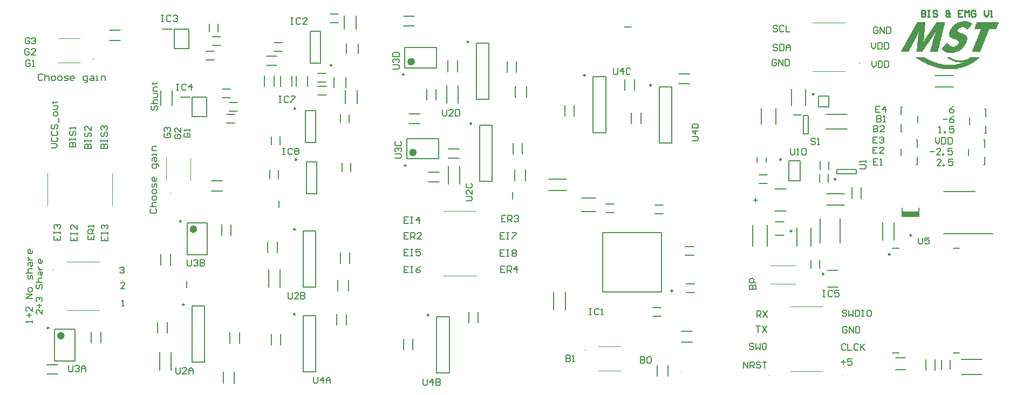
<source format=gbr>
%TF.GenerationSoftware,Altium Limited,Altium Designer,25.7.1 (20)*%
G04 Layer_Color=65535*
%FSLAX45Y45*%
%MOMM*%
%TF.SameCoordinates,D8C98939-B5AC-4A14-9F93-74B2487226E3*%
%TF.FilePolarity,Positive*%
%TF.FileFunction,Legend,Top*%
%TF.Part,Single*%
G01*
G75*
%TA.AperFunction,NonConductor*%
%ADD120C,0.20000*%
%ADD121C,0.25000*%
%ADD122C,0.10000*%
%ADD123C,0.60000*%
%ADD124C,0.15300*%
%ADD125C,0.25400*%
%ADD126C,0.15000*%
%ADD127R,2.59999X0.77780*%
G36*
X17261652Y8232087D02*
X17287985D01*
Y8226820D01*
X17303786D01*
Y8221553D01*
X17314320D01*
Y8216286D01*
X17324854D01*
Y8211019D01*
X17335388D01*
Y8205752D01*
X17340656D01*
Y8200485D01*
X17345921D01*
Y8195218D01*
X17351189D01*
Y8189951D01*
X17345921D01*
Y8184684D01*
X17340656D01*
Y8179417D01*
X17335388D01*
Y8174150D01*
X17330121D01*
Y8168883D01*
X17324854D01*
Y8158349D01*
X17319588D01*
Y8153082D01*
X17314320D01*
Y8147815D01*
X17309053D01*
Y8142548D01*
X17303786D01*
Y8137281D01*
X17298518D01*
Y8126748D01*
X17293253D01*
Y8121481D01*
X17287985D01*
Y8116213D01*
X17282718D01*
Y8110946D01*
X17277451D01*
Y8105679D01*
X17266917D01*
Y8110946D01*
X17261652D01*
Y8116213D01*
X17256383D01*
Y8121481D01*
X17251115D01*
Y8126748D01*
X17240582D01*
Y8132014D01*
X17230049D01*
Y8137281D01*
X17214249D01*
Y8142548D01*
X17182646D01*
Y8137281D01*
X17166846D01*
Y8132014D01*
X17156311D01*
Y8126748D01*
X17145776D01*
Y8121481D01*
X17140511D01*
Y8116213D01*
X17135243D01*
Y8110946D01*
X17129976D01*
Y8100413D01*
X17124709D01*
Y8074078D01*
X17129976D01*
Y8068811D01*
X17135243D01*
Y8063544D01*
X17140511D01*
Y8058276D01*
X17156311D01*
Y8053010D01*
X17172112D01*
Y8047743D01*
X17187914D01*
Y8042476D01*
X17203714D01*
Y8037209D01*
X17214249D01*
Y8031942D01*
X17224780D01*
Y8026675D01*
X17235316D01*
Y8021408D01*
X17245850D01*
Y8016141D01*
X17251115D01*
Y8010874D01*
X17256383D01*
Y8005607D01*
X17261652D01*
Y8000340D01*
X17266917D01*
Y7979272D01*
X17272185D01*
Y7942403D01*
X17266917D01*
Y7921335D01*
X17261652D01*
Y7905534D01*
X17256383D01*
Y7895000D01*
X17251115D01*
Y7884466D01*
X17245850D01*
Y7873932D01*
X17240582D01*
Y7863398D01*
X17235316D01*
Y7858131D01*
X17230049D01*
Y7847597D01*
X17224780D01*
Y7842330D01*
X17219514D01*
Y7837063D01*
X17214249D01*
Y7831796D01*
X17208981D01*
Y7821262D01*
X17203714D01*
Y7815995D01*
X17198447D01*
Y7810728D01*
X17193179D01*
Y7805461D01*
X17187914D01*
Y7800194D01*
X17177379D01*
Y7794927D01*
X17172112D01*
Y7789660D01*
X17166846D01*
Y7784393D01*
X17156311D01*
Y7779126D01*
X17151044D01*
Y7773859D01*
X17140511D01*
Y7768592D01*
X17129976D01*
Y7763325D01*
X17119443D01*
Y7758058D01*
X17103641D01*
Y7752791D01*
X17087840D01*
Y7747524D01*
X17072038D01*
Y7742257D01*
X17040437D01*
Y7736990D01*
X16977232D01*
Y7742257D01*
X16950899D01*
Y7747524D01*
X16935097D01*
Y7752791D01*
X16919296D01*
Y7758058D01*
X16914029D01*
Y7763325D01*
X16903494D01*
Y7768592D01*
X16898228D01*
Y7773859D01*
X16892961D01*
Y7779126D01*
X16887694D01*
Y7784393D01*
X16882426D01*
Y7789660D01*
X16877161D01*
Y7794927D01*
X16871893D01*
Y7800194D01*
X16866626D01*
Y7810728D01*
X16871893D01*
Y7815995D01*
X16877161D01*
Y7821262D01*
X16882426D01*
Y7826529D01*
X16887694D01*
Y7831796D01*
X16892961D01*
Y7837063D01*
X16898228D01*
Y7842330D01*
X16903494D01*
Y7847597D01*
X16908762D01*
Y7852864D01*
X16914029D01*
Y7858131D01*
X16919296D01*
Y7863398D01*
X16924564D01*
Y7868665D01*
X16929829D01*
Y7873932D01*
X16935097D01*
Y7879199D01*
X16940364D01*
Y7884466D01*
X16945631D01*
Y7889733D01*
X16950899D01*
Y7895000D01*
X16956165D01*
Y7900267D01*
X16966699D01*
Y7889733D01*
X16971967D01*
Y7879199D01*
X16977232D01*
Y7873932D01*
X16982500D01*
Y7868665D01*
X16987767D01*
Y7863398D01*
X16993034D01*
Y7858131D01*
X16998302D01*
Y7852864D01*
X17008835D01*
Y7847597D01*
X17019370D01*
Y7842330D01*
X17035170D01*
Y7837063D01*
X17066772D01*
Y7842330D01*
X17082573D01*
Y7847597D01*
X17093108D01*
Y7852864D01*
X17103641D01*
Y7858131D01*
X17108908D01*
Y7863398D01*
X17114175D01*
Y7868665D01*
X17119443D01*
Y7873932D01*
X17124709D01*
Y7879199D01*
X17129976D01*
Y7895000D01*
X17135243D01*
Y7921335D01*
X17129976D01*
Y7926602D01*
X17124709D01*
Y7931869D01*
X17119443D01*
Y7937136D01*
X17108908D01*
Y7942403D01*
X17093108D01*
Y7947670D01*
X17077306D01*
Y7952937D01*
X17061505D01*
Y7958204D01*
X17050970D01*
Y7963471D01*
X17035170D01*
Y7968738D01*
X17024635D01*
Y7974005D01*
X17019370D01*
Y7979272D01*
X17008835D01*
Y7984539D01*
X17003568D01*
Y7989806D01*
X16998302D01*
Y8000340D01*
X16993034D01*
Y8010874D01*
X16987767D01*
Y8058276D01*
X16993034D01*
Y8074078D01*
X16998302D01*
Y8089878D01*
X17003568D01*
Y8100413D01*
X17008835D01*
Y8110946D01*
X17014102D01*
Y8121481D01*
X17019370D01*
Y8126748D01*
X17024635D01*
Y8137281D01*
X17029903D01*
Y8142548D01*
X17035170D01*
Y8147815D01*
X17040437D01*
Y8153082D01*
X17045705D01*
Y8158349D01*
X17050970D01*
Y8163616D01*
X17056238D01*
Y8168883D01*
X17061505D01*
Y8174150D01*
X17066772D01*
Y8179417D01*
X17072038D01*
Y8184684D01*
X17077306D01*
Y8189951D01*
X17082573D01*
Y8195218D01*
X17093108D01*
Y8200485D01*
X17103641D01*
Y8205752D01*
X17114175D01*
Y8211019D01*
X17124709D01*
Y8216286D01*
X17135243D01*
Y8221553D01*
X17145776D01*
Y8226820D01*
X17161578D01*
Y8232087D01*
X17193179D01*
Y8237354D01*
X17261652D01*
Y8232087D01*
D02*
G37*
G36*
X16924564Y8221553D02*
X16919296D01*
Y8200485D01*
X16914029D01*
Y8174150D01*
X16908762D01*
Y8153082D01*
X16903494D01*
Y8132014D01*
X16898228D01*
Y8110946D01*
X16892961D01*
Y8089878D01*
X16887694D01*
Y8068811D01*
X16882426D01*
Y8047743D01*
X16877161D01*
Y8021408D01*
X16871893D01*
Y8005607D01*
X16866626D01*
Y7979272D01*
X16861359D01*
Y7958204D01*
X16856091D01*
Y7937136D01*
X16850826D01*
Y7916068D01*
X16845558D01*
Y7895000D01*
X16840291D01*
Y7873932D01*
X16835023D01*
Y7852864D01*
X16829758D01*
Y7826529D01*
X16824490D01*
Y7810728D01*
X16819223D01*
Y7789660D01*
X16813956D01*
Y7763325D01*
X16808688D01*
Y7752791D01*
X16687549D01*
Y7763325D01*
X16692815D01*
Y7784393D01*
X16698082D01*
Y7805461D01*
X16703349D01*
Y7826529D01*
X16708617D01*
Y7842330D01*
X16713882D01*
Y7858131D01*
Y7863398D01*
Y7868665D01*
X16719150D01*
Y7884466D01*
X16724417D01*
Y7905534D01*
X16729684D01*
Y7926602D01*
X16734950D01*
Y7947670D01*
X16740218D01*
Y7968738D01*
X16745485D01*
Y7984539D01*
X16750752D01*
Y8000340D01*
X16756020D01*
Y8021408D01*
X16761285D01*
Y8037209D01*
X16766553D01*
Y8047743D01*
X16771820D01*
Y8058276D01*
X16766553D01*
Y8053010D01*
X16761285D01*
Y8042476D01*
X16756020D01*
Y8031942D01*
X16750752D01*
Y8021408D01*
X16745485D01*
Y8016141D01*
X16740218D01*
Y8005607D01*
X16734950D01*
Y8000340D01*
X16729684D01*
Y7989806D01*
X16724417D01*
Y7984539D01*
X16719150D01*
Y7979272D01*
X16713882D01*
Y7968738D01*
X16708617D01*
Y7963471D01*
X16703349D01*
Y7952937D01*
X16698082D01*
Y7947670D01*
X16692815D01*
Y7942403D01*
X16687549D01*
Y7931869D01*
X16682281D01*
Y7926602D01*
X16677014D01*
Y7916068D01*
X16671747D01*
Y7910801D01*
X16666481D01*
Y7900267D01*
X16661214D01*
Y7895000D01*
X16655946D01*
Y7884466D01*
X16650679D01*
Y7879199D01*
X16645412D01*
Y7873932D01*
X16640146D01*
Y7863398D01*
X16634879D01*
Y7858131D01*
X16629611D01*
Y7847597D01*
X16624344D01*
Y7842330D01*
X16619078D01*
Y7831796D01*
X16613811D01*
Y7826529D01*
X16608543D01*
Y7815995D01*
X16603278D01*
Y7810728D01*
X16598009D01*
Y7805461D01*
X16592743D01*
Y7794927D01*
X16587476D01*
Y7789660D01*
X16582208D01*
Y7779126D01*
X16576942D01*
Y7773859D01*
X16571675D01*
Y7763325D01*
X16566408D01*
Y7758058D01*
X16561140D01*
Y7752791D01*
X16555875D01*
Y7747524D01*
X16550607D01*
Y7752791D01*
X16471602D01*
Y7763325D01*
X16476869D01*
Y7810728D01*
X16482137D01*
Y7858131D01*
X16487402D01*
Y7910801D01*
X16492670D01*
Y7958204D01*
X16497937D01*
Y8005607D01*
X16503204D01*
Y8042476D01*
X16508472D01*
Y8058276D01*
X16503204D01*
Y8047743D01*
X16497937D01*
Y8031942D01*
X16492670D01*
Y8021408D01*
X16487402D01*
Y8010874D01*
X16482137D01*
Y8000340D01*
X16476869D01*
Y7989806D01*
X16471602D01*
Y7979272D01*
X16466335D01*
Y7968738D01*
X16461069D01*
Y7963471D01*
X16455801D01*
Y7952937D01*
X16450534D01*
Y7942403D01*
X16445267D01*
Y7931869D01*
X16439999D01*
Y7921335D01*
X16434734D01*
Y7916068D01*
X16429466D01*
Y7905534D01*
X16424199D01*
Y7895000D01*
X16418932D01*
Y7884466D01*
X16413664D01*
Y7873932D01*
X16408398D01*
Y7863398D01*
X16403131D01*
Y7852864D01*
X16397864D01*
Y7842330D01*
X16392596D01*
Y7837063D01*
X16387331D01*
Y7826529D01*
X16382063D01*
Y7815995D01*
X16376796D01*
Y7805461D01*
X16371529D01*
Y7794927D01*
X16366261D01*
Y7784393D01*
X16360995D01*
Y7773859D01*
X16355728D01*
Y7768592D01*
X16350461D01*
Y7758058D01*
X16345193D01*
Y7752791D01*
X16224052D01*
Y7758058D01*
X16229320D01*
Y7763325D01*
X16234587D01*
Y7773859D01*
X16239854D01*
Y7784393D01*
X16245120D01*
Y7794927D01*
X16250388D01*
Y7805461D01*
X16255655D01*
Y7810728D01*
X16260922D01*
Y7821262D01*
X16266190D01*
Y7831796D01*
X16271455D01*
Y7842330D01*
X16276723D01*
Y7852864D01*
X16281990D01*
Y7858131D01*
X16287257D01*
Y7868665D01*
X16292525D01*
Y7879199D01*
X16297791D01*
Y7889733D01*
X16303058D01*
Y7900267D01*
X16308325D01*
Y7905534D01*
X16313593D01*
Y7916068D01*
X16318858D01*
Y7926602D01*
X16324126D01*
Y7937136D01*
X16329393D01*
Y7947670D01*
X16334660D01*
Y7952937D01*
X16339928D01*
Y7963471D01*
X16345193D01*
Y7974005D01*
X16350461D01*
Y7984539D01*
X16355728D01*
Y7995073D01*
X16360995D01*
Y8000340D01*
X16366261D01*
Y8010874D01*
X16371529D01*
Y8021408D01*
X16376796D01*
Y8031942D01*
X16382063D01*
Y8042476D01*
X16387331D01*
Y8047743D01*
X16392596D01*
Y8058276D01*
X16397864D01*
Y8068811D01*
X16403131D01*
Y8079345D01*
X16408398D01*
Y8089878D01*
X16413664D01*
Y8095146D01*
X16418932D01*
Y8105679D01*
X16424199D01*
Y8116213D01*
X16429466D01*
Y8126748D01*
X16434734D01*
Y8137281D01*
X16439999D01*
Y8142548D01*
X16445267D01*
Y8153082D01*
X16450534D01*
Y8163616D01*
X16455801D01*
Y8174150D01*
X16461069D01*
Y8184684D01*
X16466335D01*
Y8195218D01*
X16471602D01*
Y8200485D01*
X16476869D01*
Y8211019D01*
X16482137D01*
Y8221553D01*
X16487402D01*
Y8226820D01*
X16613811D01*
Y8168883D01*
X16608543D01*
Y8121481D01*
X16603278D01*
Y8068811D01*
X16598009D01*
Y8021408D01*
X16592743D01*
Y7963471D01*
X16587476D01*
Y7931869D01*
X16582208D01*
Y7921335D01*
X16587476D01*
Y7926602D01*
X16592743D01*
Y7937136D01*
X16598009D01*
Y7947670D01*
X16603278D01*
Y7958204D01*
X16608543D01*
Y7963471D01*
X16613811D01*
Y7968738D01*
X16619078D01*
Y7979272D01*
X16624344D01*
Y7984539D01*
X16629611D01*
Y7995073D01*
X16634879D01*
Y8000340D01*
X16640146D01*
Y8010874D01*
X16645412D01*
Y8016141D01*
X16650679D01*
Y8026675D01*
X16655946D01*
Y8031942D01*
X16661214D01*
Y8042476D01*
X16666481D01*
Y8047743D01*
X16671747D01*
Y8053010D01*
X16677014D01*
Y8063544D01*
X16682281D01*
Y8068811D01*
X16687549D01*
Y8079345D01*
X16692815D01*
Y8084611D01*
X16698082D01*
Y8089878D01*
X16703349D01*
Y8100413D01*
X16708617D01*
Y8105679D01*
X16713882D01*
Y8116213D01*
X16719150D01*
Y8121481D01*
X16724417D01*
Y8132014D01*
X16729684D01*
Y8137281D01*
X16734950D01*
Y8147815D01*
X16740218D01*
Y8153082D01*
X16745485D01*
Y8158349D01*
X16750752D01*
Y8168883D01*
X16756020D01*
Y8174150D01*
X16761285D01*
Y8184684D01*
X16766553D01*
Y8189951D01*
X16771820D01*
Y8200485D01*
X16777087D01*
Y8205752D01*
X16782355D01*
Y8211019D01*
X16787621D01*
Y8221553D01*
X16792888D01*
Y8226820D01*
X16924564D01*
Y8221553D01*
D02*
G37*
G36*
X17767281Y8216286D02*
X17762015D01*
Y8200485D01*
X17756747D01*
Y8189951D01*
X17751482D01*
Y8174150D01*
X17746214D01*
Y8163616D01*
X17740945D01*
Y8147815D01*
X17735680D01*
Y8137281D01*
X17730412D01*
Y8121481D01*
X17725146D01*
Y8116213D01*
X17619806D01*
Y8110946D01*
X17614539D01*
Y8100413D01*
X17609271D01*
Y8089878D01*
X17604005D01*
Y8074078D01*
X17598738D01*
Y8063544D01*
X17593471D01*
Y8053010D01*
X17588203D01*
Y8037209D01*
X17582938D01*
Y8021408D01*
X17577670D01*
Y8010874D01*
X17572403D01*
Y7995073D01*
X17567136D01*
Y7984539D01*
X17561868D01*
Y7974005D01*
X17556602D01*
Y7958204D01*
X17551335D01*
Y7942403D01*
X17546068D01*
Y7931869D01*
X17540800D01*
Y7921335D01*
X17535535D01*
Y7905534D01*
X17530267D01*
Y7895000D01*
X17525000D01*
Y7879199D01*
X17519733D01*
Y7863398D01*
X17514465D01*
Y7852864D01*
X17509200D01*
Y7837063D01*
X17503932D01*
Y7826529D01*
X17498665D01*
Y7810728D01*
X17493398D01*
Y7800194D01*
X17488132D01*
Y7784393D01*
X17482864D01*
Y7773859D01*
X17477597D01*
Y7758058D01*
X17472330D01*
Y7752791D01*
X17456529D01*
Y7747524D01*
X17451262D01*
Y7752791D01*
X17340656D01*
Y7758058D01*
X17345921D01*
Y7768592D01*
X17351189D01*
Y7779126D01*
X17356456D01*
Y7794927D01*
X17361723D01*
Y7810728D01*
X17366991D01*
Y7821262D01*
X17372256D01*
Y7837063D01*
X17377524D01*
Y7847597D01*
X17382791D01*
Y7863398D01*
X17388058D01*
Y7873932D01*
X17393324D01*
Y7889733D01*
X17398592D01*
Y7900267D01*
X17403859D01*
Y7916068D01*
X17409126D01*
Y7926602D01*
X17414394D01*
Y7942403D01*
X17419659D01*
Y7952937D01*
X17424927D01*
Y7968738D01*
X17430194D01*
Y7979272D01*
X17435461D01*
Y7995073D01*
X17440729D01*
Y8005607D01*
X17445995D01*
Y8021408D01*
X17451262D01*
Y8031942D01*
X17456529D01*
Y8047743D01*
X17461797D01*
Y8058276D01*
X17467062D01*
Y8074078D01*
X17472330D01*
Y8084611D01*
X17477597D01*
Y8100413D01*
X17482864D01*
Y8116213D01*
X17377524D01*
Y8121481D01*
X17382791D01*
Y8132014D01*
X17388058D01*
Y8147815D01*
X17393324D01*
Y8158349D01*
X17398592D01*
Y8174150D01*
X17403859D01*
Y8184684D01*
X17409126D01*
Y8200485D01*
X17414394D01*
Y8211019D01*
X17419659D01*
Y8221553D01*
X17424927D01*
Y8226820D01*
X17767281D01*
Y8216286D01*
D02*
G37*
G36*
X16461069Y7673786D02*
X16598009D01*
Y7668519D01*
X16603278D01*
Y7663252D01*
X16613811D01*
Y7657985D01*
X16624344D01*
Y7652718D01*
X16634879D01*
Y7647451D01*
X16645412D01*
Y7642184D01*
X16655946D01*
Y7636917D01*
X16666481D01*
Y7631650D01*
X16677014D01*
Y7626383D01*
X16687549D01*
Y7621116D01*
X16698082D01*
Y7615849D01*
X16713882D01*
Y7610582D01*
X16724417D01*
Y7605315D01*
X16740218D01*
Y7600048D01*
X16750752D01*
Y7594781D01*
X16766553D01*
Y7589514D01*
X16782355D01*
Y7584247D01*
X16798155D01*
Y7578981D01*
X16819223D01*
Y7573713D01*
X16840291D01*
Y7568446D01*
X16861359D01*
Y7563179D01*
X16892961D01*
Y7557912D01*
X16924564D01*
Y7552646D01*
X17066772D01*
Y7557912D01*
X17098373D01*
Y7563179D01*
X17124709D01*
Y7568446D01*
X17145776D01*
Y7573713D01*
X17161578D01*
Y7578981D01*
X17182646D01*
Y7584247D01*
X17198447D01*
Y7589514D01*
X17203714D01*
Y7594781D01*
X17187914D01*
Y7589514D01*
X17145776D01*
Y7594781D01*
X17108908D01*
Y7600048D01*
X17082573D01*
Y7605315D01*
X17066772D01*
Y7610582D01*
X17050970D01*
Y7615849D01*
X17040437D01*
Y7621116D01*
X17024635D01*
Y7626383D01*
X17014102D01*
Y7631650D01*
X17003568D01*
Y7636917D01*
X16993034D01*
Y7642184D01*
X16982500D01*
Y7647451D01*
X16977232D01*
Y7652718D01*
X16966699D01*
Y7657985D01*
X16956165D01*
Y7663252D01*
X16950899D01*
Y7668519D01*
X16945631D01*
Y7673786D01*
X16950899D01*
Y7668519D01*
X17008835D01*
Y7663252D01*
X17014102D01*
Y7657985D01*
X17024635D01*
Y7652718D01*
X17040437D01*
Y7647451D01*
X17050970D01*
Y7642184D01*
X17061505D01*
Y7636917D01*
X17077306D01*
Y7631650D01*
X17093108D01*
Y7626383D01*
X17119443D01*
Y7621116D01*
X17214249D01*
Y7626383D01*
X17235316D01*
Y7631650D01*
X17251115D01*
Y7636917D01*
X17266917D01*
Y7642184D01*
X17277451D01*
Y7647451D01*
X17287985D01*
Y7652718D01*
X17293253D01*
Y7657985D01*
X17303786D01*
Y7663252D01*
X17309053D01*
Y7668519D01*
X17351189D01*
Y7673786D01*
X17467062D01*
Y7668519D01*
X17461797D01*
Y7663252D01*
X17456529D01*
Y7657985D01*
X17451262D01*
Y7652718D01*
X17445995D01*
Y7647451D01*
X17440729D01*
Y7642184D01*
X17435461D01*
Y7636917D01*
X17424927D01*
Y7631650D01*
X17419659D01*
Y7626383D01*
X17414394D01*
Y7621116D01*
X17409126D01*
Y7615849D01*
X17398592D01*
Y7610582D01*
X17393324D01*
Y7605315D01*
X17382791D01*
Y7600048D01*
X17377524D01*
Y7594781D01*
X17372256D01*
Y7589514D01*
X17361723D01*
Y7584247D01*
X17351189D01*
Y7578981D01*
X17345921D01*
Y7573713D01*
X17335388D01*
Y7568446D01*
X17324854D01*
Y7563179D01*
X17314320D01*
Y7557912D01*
X17303786D01*
Y7552646D01*
X17293253D01*
Y7547378D01*
X17282718D01*
Y7542111D01*
X17272185D01*
Y7536844D01*
X17261652D01*
Y7531578D01*
X17245850D01*
Y7526311D01*
X17235316D01*
Y7521044D01*
X17219514D01*
Y7515776D01*
X17203714D01*
Y7510509D01*
X17182646D01*
Y7505243D01*
X17166846D01*
Y7499976D01*
X17140511D01*
Y7494709D01*
X17119443D01*
Y7489441D01*
X17082573D01*
Y7484175D01*
X16908762D01*
Y7489441D01*
X16871893D01*
Y7494709D01*
X16845558D01*
Y7499976D01*
X16819223D01*
Y7505243D01*
X16798155D01*
Y7510509D01*
X16777087D01*
Y7515776D01*
X16761285D01*
Y7521044D01*
X16745485D01*
Y7526311D01*
X16729684D01*
Y7531578D01*
X16713882D01*
Y7536844D01*
X16703349D01*
Y7542111D01*
X16687549D01*
Y7547378D01*
X16677014D01*
Y7552646D01*
X16661214D01*
Y7557912D01*
X16650679D01*
Y7563179D01*
X16640146D01*
Y7568446D01*
X16629611D01*
Y7573713D01*
X16619078D01*
Y7578981D01*
X16608543D01*
Y7584247D01*
X16598009D01*
Y7589514D01*
X16587476D01*
Y7594781D01*
X16576942D01*
Y7600048D01*
X16566408D01*
Y7605315D01*
X16555875D01*
Y7610582D01*
X16550607D01*
Y7615849D01*
X16540073D01*
Y7621116D01*
X16529539D01*
Y7626383D01*
X16524272D01*
Y7631650D01*
X16513737D01*
Y7636917D01*
X16503204D01*
Y7642184D01*
X16497937D01*
Y7647451D01*
X16487402D01*
Y7652718D01*
X16482137D01*
Y7657985D01*
X16471602D01*
Y7663252D01*
X16466335D01*
Y7668519D01*
X16455801D01*
Y7679053D01*
X16461069D01*
Y7673786D01*
D02*
G37*
D120*
X2925000Y4341500D02*
G03*
X2925000Y4341500I-5000J0D01*
G01*
X15582500Y7577500D02*
G03*
X15582500Y7577500I-5000J0D01*
G01*
X3562001Y7645501D02*
G03*
X3562001Y7645501I-5000J0D01*
G01*
X11283002Y3078998D02*
G03*
X11283002Y3078998I-5000J0D01*
G01*
X4768000Y5538000D02*
G03*
X4768000Y5538000I-5000J0D01*
G01*
X7515000Y6942255D02*
Y7152875D01*
X7695000Y6942255D02*
Y7152875D01*
X7677500Y8114688D02*
Y8325308D01*
X7497500Y8114688D02*
Y8325308D01*
X15064459Y5349393D02*
X15345673D01*
X15064459Y5530607D02*
X15345673D01*
X9099393Y6952392D02*
Y7233605D01*
X9280607Y6952392D02*
Y7233605D01*
X9129393Y5684329D02*
Y5965542D01*
X9310607Y5684329D02*
Y5965542D01*
X6306893Y4064330D02*
Y4345544D01*
X6488106Y4064330D02*
Y4345544D01*
X4596893Y2759328D02*
Y3040542D01*
X4778107Y2759328D02*
Y3040542D01*
X14264999Y6619690D02*
Y6870310D01*
X14039999Y6619690D02*
Y6870310D01*
X11547003Y3993500D02*
X12476998D01*
X11547003D02*
Y4923495D01*
X12476998D01*
Y3993500D02*
Y4923495D01*
X16769580Y7388107D02*
X17050793D01*
X16769580Y7206893D02*
X17050793D01*
X10699393Y5758107D02*
X10980606D01*
X10699393Y5576893D02*
X10980606D01*
X10781893Y3706894D02*
Y3988107D01*
X10963107Y3706894D02*
Y3988107D01*
X15941893Y4799394D02*
Y5080607D01*
X16123106Y4799394D02*
Y5080607D01*
X4925001Y7047503D02*
X5070000D01*
X5105001Y6742500D02*
Y7042505D01*
Y6742500D02*
X5335003D01*
Y7042505D01*
X5105001D02*
X5335003D01*
X4645000Y8114995D02*
X4789998D01*
X4824999Y7809997D02*
Y8109996D01*
Y7809997D02*
X5055001D01*
Y8109996D01*
X4824999D02*
X5055001D01*
X17049998Y3035498D02*
X17149998D01*
X17049998Y4674499D02*
X17149998D01*
X16099998D02*
X16199998D01*
X16099998Y3035498D02*
X16199998D01*
X14820001Y4361378D02*
Y4488622D01*
X14954997Y4361378D02*
Y4488622D01*
X14952502Y5704235D02*
Y5831479D01*
X15087498Y5704235D02*
Y5831479D01*
X14474835Y5737367D02*
Y6047369D01*
X14644832Y5737367D02*
Y6047369D01*
X14474835D02*
X14644832D01*
X14474835Y5737367D02*
X14644832D01*
X15082497Y4065000D02*
X15242496D01*
X15082497Y4325005D02*
X15242496D01*
X12333879Y3610005D02*
X12461123D01*
X12333879Y3745001D02*
X12461123D01*
X7712502Y7727437D02*
Y7887437D01*
X7532502Y7727437D02*
Y7887437D01*
X7271736Y8349996D02*
X7398979D01*
X7271736Y8215000D02*
X7398979D01*
X6962501Y8076504D02*
X7122500D01*
X6962501Y7576500D02*
X7122500D01*
X6962501D02*
Y8076504D01*
X7122500Y7576500D02*
Y8076504D01*
X5583880Y7040001D02*
X5711124D01*
X5583880Y7174997D02*
X5711124D01*
X14262502Y4882500D02*
X14392503D01*
X14262502Y5092502D02*
X14392503D01*
X11399998Y6484000D02*
Y7363998D01*
X11599997Y6484000D02*
Y7363998D01*
X11399998D02*
X11599997D01*
X11399998Y6484000D02*
X11599997D01*
X17290997Y6127498D02*
Y6232502D01*
X17530499Y6372999D02*
X17548000D01*
Y5987001D02*
Y6105502D01*
Y6254498D02*
Y6372999D01*
X17530499Y5987001D02*
X17548000D01*
X17545499Y6474501D02*
X17562999D01*
Y6741998D02*
Y6860499D01*
Y6474501D02*
Y6593002D01*
X17545499Y6860499D02*
X17562999D01*
X17306001Y6614998D02*
Y6720002D01*
X17179712Y2697089D02*
X17505533D01*
X17179712Y2927914D02*
X17505533D01*
X16769247Y2761162D02*
Y2928406D01*
X16621999Y2761162D02*
Y2928406D01*
X17006126Y2776164D02*
Y2923407D01*
X16868874Y2776164D02*
Y2923407D01*
X4790609Y6918877D02*
Y7151124D01*
X4614394Y6918877D02*
Y7151124D01*
X8444499Y7502500D02*
X8944498D01*
X8444499Y7822499D02*
X8944498D01*
X8444499Y7502500D02*
Y7822499D01*
X8944498Y7502500D02*
Y7822499D01*
X9130000Y6084997D02*
X9299997D01*
X9130000Y6234999D02*
X9299997D01*
X9567499Y7009003D02*
Y7889001D01*
X9767499Y7009003D02*
Y7889001D01*
X9567499D02*
X9767499D01*
X9567499Y7009003D02*
X9767499D01*
X8472500Y6077499D02*
X8972504D01*
X8472500Y6397498D02*
X8972504D01*
X8472500Y6077499D02*
Y6397498D01*
X8972504Y6077499D02*
Y6397498D01*
X5027498Y4574499D02*
X5347498D01*
X5027498Y5074503D02*
X5347498D01*
Y4574499D02*
Y5074503D01*
X5027498Y4574499D02*
Y5074503D01*
X2947497Y2902001D02*
X3267497D01*
X2947497Y3402005D02*
X3267497D01*
Y2902001D02*
Y3402005D01*
X2947497Y2902001D02*
Y3402005D01*
X9617502Y5725003D02*
X9817501D01*
X9617502Y6605001D02*
X9817501D01*
Y5725003D02*
Y6605001D01*
X9617502Y5725003D02*
Y6605001D01*
X6849501Y4066200D02*
X7049501D01*
X6849501Y4946198D02*
X7049501D01*
Y4066200D02*
Y4946198D01*
X6849501Y4066200D02*
Y4946198D01*
X5104999Y2885003D02*
X5304998D01*
X5104999Y3765001D02*
X5304998D01*
Y2885003D02*
Y3765001D01*
X5104999Y2885003D02*
Y3765001D01*
X8937503Y7005000D02*
Y7175002D01*
X8787501Y7005000D02*
Y7175002D01*
X5770001Y2562499D02*
Y2732496D01*
X5600004Y2562499D02*
Y2732496D01*
X11603878Y5235002D02*
X11731122D01*
X11603878Y5369998D02*
X11731122D01*
X14254997Y5262499D02*
X14429999D01*
X14254997Y5602498D02*
X14429999D01*
X13950000Y5402499D02*
Y5462499D01*
X13919998Y5432501D02*
X13980003D01*
X14130411Y4709465D02*
Y5035286D01*
X13899586Y4709465D02*
Y5035286D01*
X15222499Y5845002D02*
Y5915000D01*
X15532501Y5845002D02*
Y5915000D01*
X15222499Y5845002D02*
X15532501D01*
X15222499Y5915000D02*
X15532501D01*
X14937999Y6895003D02*
Y7060001D01*
Y6895003D02*
X15093996D01*
Y7060001D01*
X14937999D02*
X15093996D01*
X15056969Y6777914D02*
X15382790D01*
X15056969Y6547089D02*
X15382790D01*
X14512500Y6919691D02*
Y7170308D01*
X14737503Y6919691D02*
Y7170308D01*
X14549998Y6762501D02*
X14664999D01*
X14700002Y6467500D02*
Y6757497D01*
Y6467500D02*
X14774997D01*
Y6757497D01*
X14700002D02*
X14774997D01*
X15602504Y5455001D02*
Y5635000D01*
X15457500Y5455001D02*
Y5635000D01*
X14006023Y5827497D02*
X14133266D01*
X14006023Y5692501D02*
X14133266D01*
X16897498Y5567502D02*
X17392497D01*
X16897498Y4907498D02*
X17669998D01*
X16252499Y5175001D02*
Y5308600D01*
Y5175001D02*
X16252505D01*
X16512505D02*
Y5308600D01*
X16252505Y5175001D02*
X16512505D01*
X16150961Y2952501D02*
X16300963D01*
X16150961Y2767503D02*
X16300963D01*
X15100000Y5913882D02*
Y6041126D01*
X14965004Y5913882D02*
Y6041126D01*
X14118234Y6026810D02*
Y6096813D01*
X13968233Y6026810D02*
Y6096813D01*
X16234000Y6890502D02*
X16251498D01*
X16234000Y6504498D02*
Y6622999D01*
Y6772001D02*
Y6890502D01*
Y6504498D02*
X16251498D01*
X16491000Y6645001D02*
Y6749999D01*
X16470499Y5986998D02*
X16487999D01*
Y6254501D02*
Y6373002D01*
Y5986998D02*
Y6105500D01*
X16470499Y6373002D02*
X16487999D01*
X16231001Y6127501D02*
Y6232500D01*
X6497503Y3160001D02*
Y3329998D01*
X6347501Y3160001D02*
Y3329998D01*
X6847347Y2734843D02*
Y3614842D01*
X7047347Y2734843D02*
Y3614842D01*
X6847347D02*
X7047347D01*
X6847347Y2734843D02*
X7047347D01*
X12866022Y3985002D02*
X12993266D01*
X12866022Y4119998D02*
X12993266D01*
X8945001Y2720000D02*
Y3599998D01*
X9145001Y2720000D02*
Y3599998D01*
X8945001D02*
X9145001D01*
X8945001Y2720000D02*
X9145001D01*
X7582499Y4440001D02*
Y4610003D01*
X7432497Y4440001D02*
Y4610003D01*
X6271158Y7688626D02*
X6438407D01*
X6271158Y7541377D02*
X6438407D01*
X7377501Y3472500D02*
Y3642497D01*
X7527503Y3472500D02*
Y3642497D01*
X5702498Y3187502D02*
Y3357504D01*
X5852500Y3187502D02*
Y3357504D01*
X6391377Y7897500D02*
X6518620D01*
X6391377Y7762504D02*
X6518620D01*
X6882501Y6337503D02*
X7042501D01*
X6882501Y6837502D02*
X7042501D01*
Y6337503D02*
Y6837502D01*
X6882501Y6337503D02*
Y6837502D01*
X6391123Y7213874D02*
Y7381123D01*
X6243879Y7213874D02*
Y7381123D01*
X7083664Y7077502D02*
X7210908D01*
X7083664Y7212498D02*
X7210908D01*
X6737502Y7217496D02*
Y7377501D01*
X6917502Y7217496D02*
Y7377501D01*
X7078878Y7282500D02*
X7206122D01*
X7078878Y7417501D02*
X7206122D01*
X7337501Y7195002D02*
Y7355002D01*
X7517501Y7195002D02*
Y7355002D01*
X6492499Y7217501D02*
Y7377501D01*
X6672499Y7217501D02*
Y7377501D01*
X3812499Y7937002D02*
X3982501D01*
X3811965Y8097733D02*
X3981968D01*
X12782499Y3375000D02*
X12952501D01*
X12782499Y3205002D02*
X12952501D01*
X4614997Y4412498D02*
Y4582495D01*
X4764999Y4412498D02*
Y4582495D01*
X15275311Y4757186D02*
Y5137810D01*
X14964690Y4757186D02*
Y5137810D01*
X14820311Y4709770D02*
Y5000391D01*
X14594688Y4709770D02*
Y5000391D01*
X11217499Y5465003D02*
X11437503D01*
X11217499Y5255006D02*
X11437503D01*
X12371024Y5215001D02*
X12498268D01*
X12371024Y5349997D02*
X12498268D01*
X12849591Y4562495D02*
X12976836D01*
X12849591Y4697491D02*
X12976836D01*
X12575002Y2664998D02*
Y2834996D01*
X12405004Y2664998D02*
Y2834996D01*
X12000001Y6629999D02*
Y6800002D01*
X12150004Y6629999D02*
Y6800002D01*
X12740000Y7257501D02*
X12909998D01*
X12740000Y7407504D02*
X12909998D01*
X12437501Y6327501D02*
X12637501D01*
X12437501Y7207499D02*
X12637501D01*
Y6327501D02*
Y7207499D01*
X12437501Y6327501D02*
Y7207499D01*
X12049999Y7154997D02*
Y7324994D01*
X11899997Y7154997D02*
Y7324994D01*
X11889999Y8147502D02*
X11995003D01*
X10337499Y5737495D02*
Y5907497D01*
X10167501Y5737495D02*
Y5907497D01*
X8512500Y6782501D02*
X8682497D01*
X8512500Y6632499D02*
X8682497D01*
X8812500Y5715000D02*
X8982497D01*
X8812500Y5865002D02*
X8982497D01*
X10292501Y6159998D02*
Y6330000D01*
X10142499Y6159998D02*
Y6330000D01*
X10135001Y5447497D02*
Y5552501D01*
X10954999Y6752502D02*
Y6922499D01*
X11105001Y6752502D02*
Y6922499D01*
X10352499Y7047504D02*
Y7217501D01*
X10182502Y7047504D02*
Y7217501D01*
X10197501Y7432502D02*
Y7602499D01*
X10047498Y7432502D02*
Y7602499D01*
X6484996Y6298524D02*
Y6425768D01*
X6350000Y6298524D02*
Y6425768D01*
X7592700Y5881599D02*
Y6008842D01*
X7457704Y5881599D02*
Y6008842D01*
X6322502Y5771378D02*
Y5898622D01*
X6457498Y5771378D02*
Y5898622D01*
X6900001Y5533502D02*
Y6033501D01*
X7060001Y5533502D02*
Y6033501D01*
X6900001D02*
X7060001D01*
X6900001Y5533502D02*
X7060001D01*
X7437501Y6649232D02*
Y6776476D01*
X7572497Y6649232D02*
Y6776476D01*
X9447500Y3510001D02*
Y3679998D01*
X9597502Y3510001D02*
Y3679998D01*
X8422498Y3085003D02*
Y3255000D01*
X8572500Y3085003D02*
Y3255000D01*
X3675001Y3190004D02*
Y3360001D01*
X3524999Y3190004D02*
Y3360001D01*
X7562499Y4002496D02*
Y4172499D01*
X7392502Y4002496D02*
Y4172499D01*
X5719999Y4875002D02*
Y5044999D01*
X5569996Y4875002D02*
Y5044999D01*
X6292499Y4609998D02*
Y4779996D01*
X6442502Y4609998D02*
Y4779996D01*
X6467500Y5314999D02*
Y5420002D01*
X8422500Y8162500D02*
X8592497D01*
X8422500Y8312502D02*
X8592497D01*
X9122501Y7447504D02*
Y7617501D01*
X9272504Y7447504D02*
Y7617501D01*
X4564998Y3345003D02*
Y3515000D01*
X4715000Y3345003D02*
Y3515000D01*
X5020996Y4053459D02*
Y4158463D01*
X2827498Y2850002D02*
X2997495D01*
X2827498Y2700000D02*
X2997495D01*
X5377505Y8066375D02*
Y8193618D01*
X5512501Y8066375D02*
Y8193618D01*
X5323881Y7767498D02*
X5451124D01*
X5323881Y7632502D02*
X5451124D01*
X5646024Y6640002D02*
X5773268D01*
X5646024Y6774998D02*
X5773268D01*
X5431203Y7995001D02*
X5558447D01*
X5431203Y7860005D02*
X5558447D01*
X5688878Y6962500D02*
X5816121D01*
X5688878Y6827504D02*
X5816121D01*
X5409468Y5733232D02*
X5579471D01*
X5410002Y5572501D02*
X5580004D01*
D121*
X12647001Y4008499D02*
G03*
X12647001Y4008499I-12500J0D01*
G01*
X16060001Y4577000D02*
G03*
X16060001Y4577000I-12500J0D01*
G01*
X14352332Y6067367D02*
G03*
X14352332Y6067367I-12500J0D01*
G01*
X15020000Y4269999D02*
G03*
X15020000Y4269999I-12500J0D01*
G01*
X7299998Y7545999D02*
G03*
X7299998Y7545999I-12500J0D01*
G01*
X14517500Y4945000D02*
G03*
X14517500Y4945000I-12500J0D01*
G01*
X11277498Y7390000D02*
G03*
X11277498Y7390000I-12500J0D01*
G01*
X8433998Y7399998D02*
G03*
X8433998Y7399998I-12500J0D01*
G01*
X9445001Y7915000D02*
G03*
X9445001Y7915000I-12500J0D01*
G01*
X8462000Y5975001D02*
G03*
X8462000Y5975001I-12500J0D01*
G01*
X4937499Y5097499D02*
G03*
X4937499Y5097499I-12500J0D01*
G01*
X2857500Y3425002D02*
G03*
X2857500Y3425002I-12500J0D01*
G01*
X9495000Y6631000D02*
G03*
X9495000Y6631000I-12500J0D01*
G01*
X6727000Y4972199D02*
G03*
X6727000Y4972199I-12500J0D01*
G01*
X4982498Y3791000D02*
G03*
X4982498Y3791000I-12500J0D01*
G01*
X15210001Y5760000D02*
G03*
X15210001Y5760000I-12500J0D01*
G01*
X14864999Y7093501D02*
G03*
X14864999Y7093501I-12500J0D01*
G01*
X16395000Y4880004D02*
G03*
X16395000Y4880004I-12500J0D01*
G01*
X6724845Y3640845D02*
G03*
X6724845Y3640845I-12500J0D01*
G01*
X8822500Y3626000D02*
G03*
X8822500Y3626000I-12500J0D01*
G01*
X6730000Y6868000D02*
G03*
X6730000Y6868000I-12500J0D01*
G01*
X12315000Y7233500D02*
G03*
X12315000Y7233500I-12500J0D01*
G01*
X6747502Y6064002D02*
G03*
X6747502Y6064002I-12500J0D01*
G01*
D122*
X14160001Y2670000D02*
G03*
X14160001Y2680000I0J5000D01*
G01*
D02*
G03*
X14160001Y2670000I0J-5000D01*
G01*
X13960001Y3295000D02*
G03*
X13960001Y3305000I0J5000D01*
G01*
D02*
G03*
X13960001Y3295000I0J-5000D01*
G01*
X14497501Y3937500D02*
G03*
X14497501Y3927500I0J-5000D01*
G01*
D02*
G03*
X14497501Y3937500I0J5000D01*
G01*
X15314999Y2692500D02*
G03*
X15314999Y2682500I0J-5000D01*
G01*
D02*
G03*
X15314999Y2692500I0J5000D01*
G01*
X12777496Y2719998D02*
G03*
X12767496Y2719998I-5000J0D01*
G01*
D02*
G03*
X12777496Y2719998I5000J0D01*
G01*
X3143500Y4463500D02*
X3651500D01*
X3143500Y3701500D02*
X3651500D01*
X14846001Y7455500D02*
X15353999D01*
X14846001Y8217500D02*
X15353999D01*
X14493001Y2746502D02*
X14996999D01*
X14488998Y3762502D02*
X14996999D01*
X14185001Y4402501D02*
X14575003D01*
X14185001Y4112499D02*
X14575003D01*
X9053500Y5255499D02*
X9557502D01*
X9053500Y4239499D02*
X9561500D01*
X3856000Y5346499D02*
Y5854499D01*
X2840000Y5346499D02*
Y5850501D01*
X3007004Y7968000D02*
X3350000D01*
X3007004Y7587000D02*
X3350000D01*
X11485006Y2756499D02*
X11828003D01*
X11485006Y3137499D02*
X11828003D01*
X4704502Y5745002D02*
Y6088004D01*
X5085502Y5745002D02*
Y6088004D01*
D123*
X8574498Y7602498D02*
G03*
X8574498Y7602498I-30000J0D01*
G01*
X8602500Y6177501D02*
G03*
X8602500Y6177501I-30000J0D01*
G01*
X5157498Y4974499D02*
G03*
X5157498Y4974499I-30000J0D01*
G01*
X3077500Y3302002D02*
G03*
X3077500Y3302002I-30000J0D01*
G01*
D124*
X15364445Y3161106D02*
X15347784Y3177768D01*
X15314461D01*
X15297800Y3161106D01*
Y3094461D01*
X15314461Y3077800D01*
X15347784D01*
X15364445Y3094461D01*
X15397768Y3177768D02*
Y3077800D01*
X15464413D01*
X15564381Y3161106D02*
X15547719Y3177768D01*
X15514397D01*
X15497736Y3161106D01*
Y3094461D01*
X15514397Y3077800D01*
X15547719D01*
X15564381Y3094461D01*
X15597704Y3177768D02*
Y3077800D01*
Y3111123D01*
X15664348Y3177768D01*
X15614365Y3127784D01*
X15664348Y3077800D01*
X8501945Y5165268D02*
X8435300D01*
Y5065300D01*
X8501945D01*
X8435300Y5115284D02*
X8468622D01*
X8535268Y5165268D02*
X8568590D01*
X8551929D01*
Y5065300D01*
X8535268D01*
X8568590D01*
X8668558D02*
Y5165268D01*
X8618574Y5115284D01*
X8685219D01*
X2554445Y7963606D02*
X2537784Y7980268D01*
X2504461D01*
X2487800Y7963606D01*
Y7896961D01*
X2504461Y7880300D01*
X2537784D01*
X2554445Y7896961D01*
Y7930284D01*
X2521122D01*
X2587768Y7963606D02*
X2604429Y7980268D01*
X2637752D01*
X2654413Y7963606D01*
Y7946945D01*
X2637752Y7930284D01*
X2621090D01*
X2637752D01*
X2654413Y7913622D01*
Y7896961D01*
X2637752Y7880300D01*
X2604429D01*
X2587768Y7896961D01*
X17061945Y6897768D02*
X17028622Y6881106D01*
X16995300Y6847784D01*
Y6814461D01*
X17011961Y6797800D01*
X17045284D01*
X17061945Y6814461D01*
Y6831122D01*
X17045284Y6847784D01*
X16995300D01*
X16895300Y6697784D02*
X16961945D01*
X17061913Y6747768D02*
X17028590Y6731106D01*
X16995268Y6697784D01*
Y6664461D01*
X17011929Y6647800D01*
X17045251D01*
X17061913Y6664461D01*
Y6681123D01*
X17045251Y6697784D01*
X16995268D01*
X16827800Y6490775D02*
X16861122D01*
X16844461D01*
Y6590743D01*
X16827800Y6574082D01*
X16911105Y6490775D02*
Y6507437D01*
X16927768D01*
Y6490775D01*
X16911105D01*
X17061058Y6590743D02*
X16994414D01*
Y6540759D01*
X17027734Y6557420D01*
X17044397D01*
X17061058Y6540759D01*
Y6507437D01*
X17044397Y6490775D01*
X17011073D01*
X16994414Y6507437D01*
X15866945Y6082768D02*
X15800301D01*
Y5982800D01*
X15866945D01*
X15800301Y6032784D02*
X15833623D01*
X15900269Y5982800D02*
X15933591D01*
X15916930D01*
Y6082768D01*
X15900269Y6066106D01*
X15859943Y6262270D02*
X15793298D01*
Y6162302D01*
X15859943D01*
X15793298Y6212286D02*
X15826620D01*
X15959911Y6162302D02*
X15893266D01*
X15959911Y6228947D01*
Y6245609D01*
X15943250Y6262270D01*
X15909927D01*
X15893266Y6245609D01*
X15901945Y6905268D02*
X15835300D01*
Y6805300D01*
X15901945D01*
X15835300Y6855284D02*
X15868623D01*
X15985252Y6805300D02*
Y6905268D01*
X15935268Y6855284D01*
X16001913D01*
X15800301Y6600268D02*
Y6500300D01*
X15850284D01*
X15866945Y6516961D01*
Y6533622D01*
X15850284Y6550284D01*
X15800301D01*
X15850284D01*
X15866945Y6566945D01*
Y6583606D01*
X15850284Y6600268D01*
X15800301D01*
X15966913Y6500300D02*
X15900269D01*
X15966913Y6566945D01*
Y6583606D01*
X15950252Y6600268D01*
X15916930D01*
X15900269Y6583606D01*
X15852800Y6755268D02*
Y6655300D01*
X15902785D01*
X15919444Y6671961D01*
Y6688622D01*
X15902785Y6705284D01*
X15852800D01*
X15902785D01*
X15919444Y6721945D01*
Y6738606D01*
X15902785Y6755268D01*
X15852800D01*
X15952768Y6655300D02*
X15986090D01*
X15969429D01*
Y6755268D01*
X15952768Y6738606D01*
X15861945Y6422768D02*
X15795300D01*
Y6322800D01*
X15861945D01*
X15795300Y6372784D02*
X15828622D01*
X15895268Y6406106D02*
X15911929Y6422768D01*
X15945251D01*
X15961913Y6406106D01*
Y6389445D01*
X15945251Y6372784D01*
X15928590D01*
X15945251D01*
X15961913Y6356122D01*
Y6339461D01*
X15945251Y6322800D01*
X15911929D01*
X15895268Y6339461D01*
X16861945Y5970300D02*
X16795300D01*
X16861945Y6036945D01*
Y6053606D01*
X16845284Y6070268D01*
X16811961D01*
X16795300Y6053606D01*
X16895268Y5970300D02*
Y5986961D01*
X16911929D01*
Y5970300D01*
X16895268D01*
X17045219Y6070268D02*
X16978574D01*
Y6020284D01*
X17011897Y6036945D01*
X17028558D01*
X17045219Y6020284D01*
Y5986961D01*
X17028558Y5970300D01*
X16995236D01*
X16978574Y5986961D01*
X16687801Y6187784D02*
X16754445D01*
X16854413Y6137800D02*
X16787769D01*
X16854413Y6204445D01*
Y6221106D01*
X16837752Y6237768D01*
X16804430D01*
X16787769Y6221106D01*
X16887737Y6137800D02*
Y6154461D01*
X16904398D01*
Y6137800D01*
X16887737D01*
X17037688Y6237768D02*
X16971042D01*
Y6187784D01*
X17004366Y6204445D01*
X17021027D01*
X17037688Y6187784D01*
Y6154461D01*
X17021027Y6137800D01*
X16987703D01*
X16971042Y6154461D01*
X16770300Y6407768D02*
Y6341122D01*
X16803622Y6307800D01*
X16836945Y6341122D01*
Y6407768D01*
X16870268D02*
Y6307800D01*
X16920251D01*
X16936913Y6324461D01*
Y6391106D01*
X16920251Y6407768D01*
X16870268D01*
X16970236D02*
Y6307800D01*
X17020219D01*
X17036880Y6324461D01*
Y6391106D01*
X17020219Y6407768D01*
X16970236D01*
X4993893Y6481945D02*
X4977232Y6465283D01*
Y6431961D01*
X4993893Y6415300D01*
X5060539D01*
X5077200Y6431961D01*
Y6465283D01*
X5060539Y6481945D01*
X5027216D01*
Y6448622D01*
X5077200Y6515267D02*
Y6548590D01*
Y6531929D01*
X4977232D01*
X4993893Y6515267D01*
X4848894Y6461945D02*
X4832232Y6445284D01*
Y6411961D01*
X4848894Y6395300D01*
X4915539D01*
X4932200Y6411961D01*
Y6445284D01*
X4915539Y6461945D01*
X4882216D01*
Y6428622D01*
X4932200Y6561913D02*
Y6495268D01*
X4865555Y6561913D01*
X4848894D01*
X4832232Y6545252D01*
Y6511929D01*
X4848894Y6495268D01*
X4683893Y6474445D02*
X4667232Y6457784D01*
Y6424462D01*
X4683893Y6407800D01*
X4750538D01*
X4767200Y6424462D01*
Y6457784D01*
X4750538Y6474445D01*
X4717216D01*
Y6441123D01*
X4683893Y6507768D02*
X4667232Y6524429D01*
Y6557752D01*
X4683893Y6574413D01*
X4700555D01*
X4717216Y6557752D01*
Y6541091D01*
Y6557752D01*
X4733877Y6574413D01*
X4750538D01*
X4767200Y6557752D01*
Y6524429D01*
X4750538Y6507768D01*
X2566945Y7613606D02*
X2550284Y7630268D01*
X2516961D01*
X2500300Y7613606D01*
Y7546961D01*
X2516961Y7530300D01*
X2550284D01*
X2566945Y7546961D01*
Y7580284D01*
X2533623D01*
X2600268Y7530300D02*
X2633590D01*
X2616929D01*
Y7630268D01*
X2600268Y7613606D01*
X2549444Y7788108D02*
X2532783Y7804769D01*
X2499461D01*
X2482799Y7788108D01*
Y7721463D01*
X2499461Y7704801D01*
X2532783D01*
X2549444Y7721463D01*
Y7754785D01*
X2516122D01*
X2649412Y7704801D02*
X2582767D01*
X2649412Y7771446D01*
Y7788108D01*
X2632751Y7804769D01*
X2599428D01*
X2582767Y7788108D01*
X12142800Y2972768D02*
Y2872800D01*
X12192784D01*
X12209445Y2889461D01*
Y2906122D01*
X12192784Y2922784D01*
X12142800D01*
X12192784D01*
X12209445Y2939445D01*
Y2956106D01*
X12192784Y2972768D01*
X12142800D01*
X12242768Y2956106D02*
X12259429Y2972768D01*
X12292752D01*
X12309413Y2956106D01*
Y2889461D01*
X12292752Y2872800D01*
X12259429D01*
X12242768Y2889461D01*
Y2956106D01*
X10972800Y3000268D02*
Y2900300D01*
X11022784D01*
X11039445Y2916961D01*
Y2933623D01*
X11022784Y2950284D01*
X10972800D01*
X11022784D01*
X11039445Y2966945D01*
Y2983606D01*
X11022784Y3000268D01*
X10972800D01*
X11072768Y2900300D02*
X11106090D01*
X11089429D01*
Y3000268D01*
X11072768Y2983606D01*
X10011945Y4647768D02*
X9945300D01*
Y4547800D01*
X10011945D01*
X9945300Y4597784D02*
X9978622D01*
X10045268Y4647768D02*
X10078590D01*
X10061929D01*
Y4547800D01*
X10045268D01*
X10078590D01*
X10128574Y4631106D02*
X10145235Y4647768D01*
X10178558D01*
X10195219Y4631106D01*
Y4614445D01*
X10178558Y4597784D01*
X10195219Y4581122D01*
Y4564461D01*
X10178558Y4547800D01*
X10145235D01*
X10128574Y4564461D01*
Y4581122D01*
X10145235Y4597784D01*
X10128574Y4614445D01*
Y4631106D01*
X10145235Y4597784D02*
X10178558D01*
X10009445Y4922768D02*
X9942800D01*
Y4822800D01*
X10009445D01*
X9942800Y4872784D02*
X9976123D01*
X10042768Y4922768D02*
X10076090D01*
X10059429D01*
Y4822800D01*
X10042768D01*
X10076090D01*
X10126074Y4922768D02*
X10192719D01*
Y4906106D01*
X10126074Y4839461D01*
Y4822800D01*
X10029445Y5190268D02*
X9962800D01*
Y5090300D01*
X10029445D01*
X9962800Y5140284D02*
X9996123D01*
X10062768Y5090300D02*
Y5190268D01*
X10112752D01*
X10129413Y5173606D01*
Y5140284D01*
X10112752Y5123622D01*
X10062768D01*
X10096090D02*
X10129413Y5090300D01*
X10162736Y5173606D02*
X10179397Y5190268D01*
X10212719D01*
X10229381Y5173606D01*
Y5156945D01*
X10212719Y5140284D01*
X10196058D01*
X10212719D01*
X10229381Y5123622D01*
Y5106961D01*
X10212719Y5090300D01*
X10179397D01*
X10162736Y5106961D01*
X14291945Y8156106D02*
X14275284Y8172768D01*
X14241962D01*
X14225301Y8156106D01*
Y8139445D01*
X14241962Y8122784D01*
X14275284D01*
X14291945Y8106122D01*
Y8089461D01*
X14275284Y8072800D01*
X14241962D01*
X14225301Y8089461D01*
X14391913Y8156106D02*
X14375252Y8172768D01*
X14341930D01*
X14325269Y8156106D01*
Y8089461D01*
X14341930Y8072800D01*
X14375252D01*
X14391913Y8089461D01*
X14425237Y8172768D02*
Y8072800D01*
X14491881D01*
X14294444Y7856106D02*
X14277785Y7872768D01*
X14244461D01*
X14227800Y7856106D01*
Y7839445D01*
X14244461Y7822784D01*
X14277785D01*
X14294444Y7806123D01*
Y7789461D01*
X14277785Y7772800D01*
X14244461D01*
X14227800Y7789461D01*
X14327768Y7872768D02*
Y7772800D01*
X14377753D01*
X14394414Y7789461D01*
Y7856106D01*
X14377753Y7872768D01*
X14327768D01*
X14427734Y7772800D02*
Y7839445D01*
X14461058Y7872768D01*
X14494380Y7839445D01*
Y7772800D01*
Y7822784D01*
X14427734D01*
X14279445Y7618606D02*
X14262784Y7635268D01*
X14229462D01*
X14212801Y7618606D01*
Y7551961D01*
X14229462Y7535300D01*
X14262784D01*
X14279445Y7551961D01*
Y7585284D01*
X14246123D01*
X14312769Y7535300D02*
Y7635268D01*
X14379413Y7535300D01*
Y7635268D01*
X14412735D02*
Y7535300D01*
X14462720D01*
X14479379Y7551961D01*
Y7618606D01*
X14462720Y7635268D01*
X14412735D01*
X15869444Y8126106D02*
X15852785Y8142768D01*
X15819461D01*
X15802800Y8126106D01*
Y8059461D01*
X15819461Y8042800D01*
X15852785D01*
X15869444Y8059461D01*
Y8092784D01*
X15836124D01*
X15902768Y8042800D02*
Y8142768D01*
X15969414Y8042800D01*
Y8142768D01*
X16002736D02*
Y8042800D01*
X16052719D01*
X16069382Y8059461D01*
Y8126106D01*
X16052719Y8142768D01*
X16002736D01*
X15770300Y7900268D02*
Y7833622D01*
X15803622Y7800300D01*
X15836945Y7833622D01*
Y7900268D01*
X15870268D02*
Y7800300D01*
X15920251D01*
X15936913Y7816961D01*
Y7883606D01*
X15920251Y7900268D01*
X15870268D01*
X15970236D02*
Y7800300D01*
X16020219D01*
X16036880Y7816961D01*
Y7883606D01*
X16020219Y7900268D01*
X15970236D01*
X15772800Y7615268D02*
Y7548622D01*
X15806123Y7515300D01*
X15839445Y7548622D01*
Y7615268D01*
X15872768D02*
Y7515300D01*
X15922752D01*
X15939413Y7531961D01*
Y7598606D01*
X15922752Y7615268D01*
X15872768D01*
X15972736D02*
Y7515300D01*
X16022720D01*
X16039381Y7531961D01*
Y7598606D01*
X16022720Y7615268D01*
X15972736D01*
X13967799Y3595300D02*
Y3695268D01*
X14017784D01*
X14034445Y3678606D01*
Y3645284D01*
X14017784Y3628622D01*
X13967799D01*
X14001122D02*
X14034445Y3595300D01*
X14067767Y3695268D02*
X14134413Y3595300D01*
Y3695268D02*
X14067767Y3595300D01*
X13955299Y3455268D02*
X14021945D01*
X13988623D01*
Y3355300D01*
X14055267Y3455268D02*
X14121913Y3355300D01*
Y3455268D02*
X14055267Y3355300D01*
X13919444Y3166106D02*
X13902785Y3182768D01*
X13869461D01*
X13852800Y3166106D01*
Y3149445D01*
X13869461Y3132784D01*
X13902785D01*
X13919444Y3116123D01*
Y3099461D01*
X13902785Y3082800D01*
X13869461D01*
X13852800Y3099461D01*
X13952768Y3182768D02*
Y3082800D01*
X13986090Y3116123D01*
X14019414Y3082800D01*
Y3182768D01*
X14102719D02*
X14069397D01*
X14052734Y3166106D01*
Y3099461D01*
X14069397Y3082800D01*
X14102719D01*
X14119380Y3099461D01*
Y3166106D01*
X14102719Y3182768D01*
X13760300Y2792800D02*
Y2892768D01*
X13826945Y2792800D01*
Y2892768D01*
X13860268Y2792800D02*
Y2892768D01*
X13910252D01*
X13926913Y2876106D01*
Y2842784D01*
X13910252Y2826122D01*
X13860268D01*
X13893590D02*
X13926913Y2792800D01*
X14026881Y2876106D02*
X14010219Y2892768D01*
X13976897D01*
X13960236Y2876106D01*
Y2859445D01*
X13976897Y2842784D01*
X14010219D01*
X14026881Y2826122D01*
Y2809461D01*
X14010219Y2792800D01*
X13976897D01*
X13960236Y2809461D01*
X14060204Y2892768D02*
X14126848D01*
X14093526D01*
Y2792800D01*
X15295300Y2887784D02*
X15361945D01*
X15328622Y2921106D02*
Y2854461D01*
X15461913Y2937768D02*
X15395268D01*
Y2887784D01*
X15428590Y2904445D01*
X15445251D01*
X15461913Y2887784D01*
Y2854461D01*
X15445251Y2837800D01*
X15411929D01*
X15395268Y2854461D01*
X15384445Y3428606D02*
X15367784Y3445268D01*
X15334460D01*
X15317799Y3428606D01*
Y3361961D01*
X15334460Y3345300D01*
X15367784D01*
X15384445Y3361961D01*
Y3395284D01*
X15351122D01*
X15417767Y3345300D02*
Y3445268D01*
X15484413Y3345300D01*
Y3445268D01*
X15517735D02*
Y3345300D01*
X15567719D01*
X15584381Y3361961D01*
Y3428606D01*
X15567719Y3445268D01*
X15517735D01*
X15379445Y3688606D02*
X15362784Y3705268D01*
X15329462D01*
X15312801Y3688606D01*
Y3671945D01*
X15329462Y3655284D01*
X15362784D01*
X15379445Y3638622D01*
Y3621961D01*
X15362784Y3605300D01*
X15329462D01*
X15312801Y3621961D01*
X15412769Y3705268D02*
Y3605300D01*
X15446091Y3638622D01*
X15479413Y3605300D01*
Y3705268D01*
X15512737D02*
Y3605300D01*
X15562720D01*
X15579381Y3621961D01*
Y3688606D01*
X15562720Y3705268D01*
X15512737D01*
X15612703D02*
X15646027D01*
X15629366D01*
Y3605300D01*
X15612703D01*
X15646027D01*
X15745995Y3705268D02*
X15712671D01*
X15696010Y3688606D01*
Y3621961D01*
X15712671Y3605300D01*
X15745995D01*
X15762656Y3621961D01*
Y3688606D01*
X15745995Y3705268D01*
X10016945Y4397768D02*
X9950300D01*
Y4297800D01*
X10016945D01*
X9950300Y4347784D02*
X9983622D01*
X10050268Y4297800D02*
Y4397768D01*
X10100252D01*
X10116913Y4381106D01*
Y4347784D01*
X10100252Y4331122D01*
X10050268D01*
X10083590D02*
X10116913Y4297800D01*
X10200219D02*
Y4397768D01*
X10150235Y4347784D01*
X10216881D01*
X8504445Y4390268D02*
X8437800D01*
Y4290300D01*
X8504445D01*
X8437800Y4340284D02*
X8471123D01*
X8537768Y4390268D02*
X8571090D01*
X8554429D01*
Y4290300D01*
X8537768D01*
X8571090D01*
X8687719Y4390268D02*
X8654397Y4373606D01*
X8621074Y4340284D01*
Y4306961D01*
X8637736Y4290300D01*
X8671058D01*
X8687719Y4306961D01*
Y4323623D01*
X8671058Y4340284D01*
X8621074D01*
X8501945Y4657768D02*
X8435300D01*
Y4557800D01*
X8501945D01*
X8435300Y4607784D02*
X8468622D01*
X8535268Y4657768D02*
X8568590D01*
X8551929D01*
Y4557800D01*
X8535268D01*
X8568590D01*
X8685219Y4657768D02*
X8618574D01*
Y4607784D01*
X8651897Y4624445D01*
X8668558D01*
X8685219Y4607784D01*
Y4574461D01*
X8668558Y4557800D01*
X8635235D01*
X8618574Y4574461D01*
X8504445Y4920268D02*
X8437800D01*
Y4820300D01*
X8504445D01*
X8437800Y4870284D02*
X8471123D01*
X8537768Y4820300D02*
Y4920268D01*
X8587752D01*
X8604413Y4903606D01*
Y4870284D01*
X8587752Y4853623D01*
X8537768D01*
X8571090D02*
X8604413Y4820300D01*
X8704381D02*
X8637736D01*
X8704381Y4886945D01*
Y4903606D01*
X8687719Y4920268D01*
X8654397D01*
X8637736Y4903606D01*
X2757200Y3706945D02*
Y3640300D01*
X2690555Y3706945D01*
X2673894D01*
X2657232Y3690284D01*
Y3656961D01*
X2673894Y3640300D01*
X2707216Y3740268D02*
Y3806913D01*
X2673894Y3773590D02*
X2740539D01*
X2673894Y3840236D02*
X2657232Y3856897D01*
Y3890220D01*
X2673894Y3906881D01*
X2690555D01*
X2707216Y3890220D01*
Y3873558D01*
Y3890220D01*
X2723877Y3906881D01*
X2740539D01*
X2757200Y3890220D01*
Y3856897D01*
X2740539Y3840236D01*
X2673894Y4106816D02*
X2657232Y4090155D01*
Y4056833D01*
X2673894Y4040171D01*
X2690555D01*
X2707216Y4056833D01*
Y4090155D01*
X2723877Y4106816D01*
X2740539D01*
X2757200Y4090155D01*
Y4056833D01*
X2740539Y4040171D01*
X2657232Y4140139D02*
X2757200D01*
X2707216D01*
X2690555Y4156800D01*
Y4190123D01*
X2707216Y4206784D01*
X2757200D01*
X2690555Y4256768D02*
Y4290091D01*
X2707216Y4306752D01*
X2757200D01*
Y4256768D01*
X2740539Y4240107D01*
X2723877Y4256768D01*
Y4306752D01*
X2690555Y4340075D02*
X2757200D01*
X2723877D01*
X2707216Y4356736D01*
X2690555Y4373397D01*
Y4390059D01*
X2757200Y4490026D02*
Y4456704D01*
X2740539Y4440042D01*
X2707216D01*
X2690555Y4456704D01*
Y4490026D01*
X2707216Y4506687D01*
X2723877D01*
Y4440042D01*
X4005300Y3765300D02*
X4038622D01*
X4021961D01*
Y3865268D01*
X4005300Y3848606D01*
X3972800Y4366106D02*
X3989461Y4382768D01*
X4022784D01*
X4039445Y4366106D01*
Y4349445D01*
X4022784Y4332784D01*
X4006123D01*
X4022784D01*
X4039445Y4316122D01*
Y4299461D01*
X4022784Y4282800D01*
X3989461D01*
X3972800Y4299461D01*
X4051945Y4042800D02*
X3985300D01*
X4051945Y4109445D01*
Y4126106D01*
X4035284Y4142768D01*
X4001961D01*
X3985300Y4126106D01*
X2597200Y3505300D02*
Y3538622D01*
Y3521961D01*
X2497232D01*
X2513893Y3505300D01*
X2547216Y3588606D02*
Y3655251D01*
X2513893Y3621929D02*
X2580538D01*
X2597200Y3755219D02*
Y3688574D01*
X2530555Y3755219D01*
X2513893D01*
X2497232Y3738558D01*
Y3705235D01*
X2513893Y3688574D01*
X2597200Y3888510D02*
X2497232D01*
X2597200Y3955155D01*
X2497232D01*
X2597200Y4005139D02*
Y4038461D01*
X2580538Y4055122D01*
X2547216D01*
X2530555Y4038461D01*
Y4005139D01*
X2547216Y3988477D01*
X2580538D01*
X2597200Y4005139D01*
Y4188413D02*
Y4238397D01*
X2580538Y4255058D01*
X2563877Y4238397D01*
Y4205074D01*
X2547216Y4188413D01*
X2530555Y4205074D01*
Y4255058D01*
X2497232Y4288381D02*
X2597200D01*
X2547216D01*
X2530555Y4305042D01*
Y4338365D01*
X2547216Y4355026D01*
X2597200D01*
X2530555Y4405010D02*
Y4438332D01*
X2547216Y4454994D01*
X2597200D01*
Y4405010D01*
X2580538Y4388349D01*
X2563877Y4405010D01*
Y4454994D01*
X2530555Y4488316D02*
X2597200D01*
X2563877D01*
X2547216Y4504978D01*
X2530555Y4521639D01*
Y4538300D01*
X2597200Y4638268D02*
Y4604946D01*
X2580538Y4588284D01*
X2547216D01*
X2530555Y4604946D01*
Y4638268D01*
X2547216Y4654929D01*
X2563877D01*
Y4588284D01*
X4463071Y5294445D02*
X4446409Y5277784D01*
Y5244462D01*
X4463071Y5227800D01*
X4529716D01*
X4546377Y5244462D01*
Y5277784D01*
X4529716Y5294445D01*
X4446409Y5327768D02*
X4546377D01*
X4496393D01*
X4479732Y5344429D01*
Y5377752D01*
X4496393Y5394413D01*
X4546377D01*
Y5444397D02*
Y5477720D01*
X4529716Y5494381D01*
X4496393D01*
X4479732Y5477720D01*
Y5444397D01*
X4496393Y5427736D01*
X4529716D01*
X4546377Y5444397D01*
Y5544365D02*
Y5577688D01*
X4529716Y5594349D01*
X4496393D01*
X4479732Y5577688D01*
Y5544365D01*
X4496393Y5527704D01*
X4529716D01*
X4546377Y5544365D01*
Y5627671D02*
Y5677655D01*
X4529716Y5694317D01*
X4513055Y5677655D01*
Y5644333D01*
X4496393Y5627671D01*
X4479732Y5644333D01*
Y5694317D01*
X4546377Y5777623D02*
Y5744301D01*
X4529716Y5727639D01*
X4496393D01*
X4479732Y5744301D01*
Y5777623D01*
X4496393Y5794284D01*
X4513055D01*
Y5727639D01*
X4579700Y5960897D02*
Y5977559D01*
X4563039Y5994220D01*
X4479732D01*
Y5944236D01*
X4496393Y5927575D01*
X4529716D01*
X4546377Y5944236D01*
Y5994220D01*
X4479732Y6044204D02*
Y6077527D01*
X4496393Y6094188D01*
X4546377D01*
Y6044204D01*
X4529716Y6027543D01*
X4513055Y6044204D01*
Y6094188D01*
X4546377Y6127510D02*
Y6160833D01*
Y6144172D01*
X4479732D01*
Y6127510D01*
X4546377Y6210817D02*
X4479732D01*
Y6260801D01*
X4496393Y6277462D01*
X4546377D01*
X2764445Y7391929D02*
X2747784Y7408590D01*
X2714461D01*
X2697800Y7391929D01*
Y7325284D01*
X2714461Y7308622D01*
X2747784D01*
X2764445Y7325284D01*
X2797768Y7408590D02*
Y7308622D01*
Y7358606D01*
X2814429Y7375267D01*
X2847752D01*
X2864413Y7358606D01*
Y7308622D01*
X2914397D02*
X2947720D01*
X2964381Y7325284D01*
Y7358606D01*
X2947720Y7375267D01*
X2914397D01*
X2897736Y7358606D01*
Y7325284D01*
X2914397Y7308622D01*
X3014365D02*
X3047687D01*
X3064348Y7325284D01*
Y7358606D01*
X3047687Y7375267D01*
X3014365D01*
X2997703Y7358606D01*
Y7325284D01*
X3014365Y7308622D01*
X3097671D02*
X3147655D01*
X3164316Y7325284D01*
X3147655Y7341945D01*
X3114333D01*
X3097671Y7358606D01*
X3114333Y7375267D01*
X3164316D01*
X3247623Y7308622D02*
X3214300D01*
X3197639Y7325284D01*
Y7358606D01*
X3214300Y7375267D01*
X3247623D01*
X3264284Y7358606D01*
Y7341945D01*
X3197639D01*
X3430897Y7275300D02*
X3447559D01*
X3464220Y7291961D01*
Y7375267D01*
X3414236D01*
X3397575Y7358606D01*
Y7325284D01*
X3414236Y7308622D01*
X3464220D01*
X3514204Y7375267D02*
X3547526D01*
X3564187Y7358606D01*
Y7308622D01*
X3514204D01*
X3497542Y7325284D01*
X3514204Y7341945D01*
X3564187D01*
X3597510Y7308622D02*
X3630833D01*
X3614172D01*
Y7375267D01*
X3597510D01*
X3680817Y7308622D02*
Y7375267D01*
X3730801D01*
X3747462Y7358606D01*
Y7308622D01*
X3182232Y6265300D02*
X3282200D01*
Y6315284D01*
X3265539Y6331945D01*
X3248878D01*
X3232216Y6315284D01*
Y6265300D01*
Y6315284D01*
X3215555Y6331945D01*
X3198894D01*
X3182232Y6315284D01*
Y6265300D01*
Y6365268D02*
Y6398590D01*
Y6381929D01*
X3282200D01*
Y6365268D01*
Y6398590D01*
X3198894Y6515219D02*
X3182232Y6498558D01*
Y6465236D01*
X3198894Y6448574D01*
X3215555D01*
X3232216Y6465236D01*
Y6498558D01*
X3248878Y6515219D01*
X3265539D01*
X3282200Y6498558D01*
Y6465236D01*
X3265539Y6448574D01*
X3282200Y6548542D02*
Y6581865D01*
Y6565204D01*
X3182232D01*
X3198894Y6548542D01*
X3684732Y4859445D02*
Y4792800D01*
X3784700D01*
Y4859445D01*
X3734716Y4792800D02*
Y4826123D01*
X3684732Y4892768D02*
Y4926090D01*
Y4909429D01*
X3784700D01*
Y4892768D01*
Y4926090D01*
X3701393Y4976074D02*
X3684732Y4992736D01*
Y5026058D01*
X3701393Y5042719D01*
X3718055D01*
X3734716Y5026058D01*
Y5009397D01*
Y5026058D01*
X3751377Y5042719D01*
X3768038D01*
X3784700Y5026058D01*
Y4992736D01*
X3768038Y4976074D01*
X3469732Y4874445D02*
Y4807800D01*
X3569700D01*
Y4874445D01*
X3519716Y4807800D02*
Y4841122D01*
X3569700Y4907768D02*
X3469732D01*
Y4957752D01*
X3486394Y4974413D01*
X3519716D01*
X3536378Y4957752D01*
Y4907768D01*
Y4941090D02*
X3569700Y4974413D01*
Y5007735D02*
Y5041058D01*
Y5024397D01*
X3469732D01*
X3486394Y5007735D01*
X3199732Y4856945D02*
Y4790300D01*
X3299700D01*
Y4856945D01*
X3249716Y4790300D02*
Y4823622D01*
X3199732Y4890268D02*
Y4923590D01*
Y4906929D01*
X3299700D01*
Y4890268D01*
Y4923590D01*
Y5040219D02*
Y4973574D01*
X3233055Y5040219D01*
X3216394D01*
X3199732Y5023558D01*
Y4990235D01*
X3216394Y4973574D01*
X2942232Y4866945D02*
Y4800300D01*
X3042200D01*
Y4866945D01*
X2992216Y4800300D02*
Y4833622D01*
X2942232Y4900268D02*
Y4933590D01*
Y4916929D01*
X3042200D01*
Y4900268D01*
Y4933590D01*
X2958894Y4983574D02*
X2942232Y5000235D01*
Y5033558D01*
X2958894Y5050219D01*
X2975555D01*
X2992216Y5033558D01*
Y5016896D01*
Y5033558D01*
X3008878Y5050219D01*
X3025539D01*
X3042200Y5033558D01*
Y5000235D01*
X3025539Y4983574D01*
X3677232Y6245300D02*
X3777200D01*
Y6295284D01*
X3760539Y6311945D01*
X3743877D01*
X3727216Y6295284D01*
Y6245300D01*
Y6295284D01*
X3710555Y6311945D01*
X3693894D01*
X3677232Y6295284D01*
Y6245300D01*
Y6345268D02*
Y6378590D01*
Y6361929D01*
X3777200D01*
Y6345268D01*
Y6378590D01*
X3693894Y6495219D02*
X3677232Y6478558D01*
Y6445236D01*
X3693894Y6428574D01*
X3710555D01*
X3727216Y6445236D01*
Y6478558D01*
X3743877Y6495219D01*
X3760539D01*
X3777200Y6478558D01*
Y6445236D01*
X3760539Y6428574D01*
X3693894Y6528542D02*
X3677232Y6545204D01*
Y6578526D01*
X3693894Y6595187D01*
X3710555D01*
X3727216Y6578526D01*
Y6561865D01*
Y6578526D01*
X3743877Y6595187D01*
X3760539D01*
X3777200Y6578526D01*
Y6545204D01*
X3760539Y6528542D01*
X3424732Y6240300D02*
X3524700D01*
Y6290284D01*
X3508038Y6306945D01*
X3491377D01*
X3474716Y6290284D01*
Y6240300D01*
Y6290284D01*
X3458055Y6306945D01*
X3441393D01*
X3424732Y6290284D01*
Y6240300D01*
Y6340268D02*
Y6373591D01*
Y6356930D01*
X3524700D01*
Y6340268D01*
Y6373591D01*
X3441393Y6490220D02*
X3424732Y6473559D01*
Y6440236D01*
X3441393Y6423575D01*
X3458055D01*
X3474716Y6440236D01*
Y6473559D01*
X3491377Y6490220D01*
X3508038D01*
X3524700Y6473559D01*
Y6440236D01*
X3508038Y6423575D01*
X3524700Y6590187D02*
Y6523542D01*
X3458055Y6590187D01*
X3441393D01*
X3424732Y6573526D01*
Y6540204D01*
X3441393Y6523542D01*
X2900571Y6247800D02*
X2967216D01*
X3000539Y6281122D01*
X2967216Y6314445D01*
X2900571D01*
X2917232Y6414413D02*
X2900571Y6397751D01*
Y6364429D01*
X2917232Y6347768D01*
X2983877D01*
X3000539Y6364429D01*
Y6397751D01*
X2983877Y6414413D01*
X2917232Y6514380D02*
X2900571Y6497719D01*
Y6464397D01*
X2917232Y6447735D01*
X2983877D01*
X3000539Y6464397D01*
Y6497719D01*
X2983877Y6514380D01*
X2917232Y6614348D02*
X2900571Y6597687D01*
Y6564365D01*
X2917232Y6547703D01*
X2933894D01*
X2950555Y6564365D01*
Y6597687D01*
X2967216Y6614348D01*
X2983877D01*
X3000539Y6597687D01*
Y6564365D01*
X2983877Y6547703D01*
X3017200Y6647671D02*
Y6714316D01*
X3000539Y6764300D02*
Y6797623D01*
X2983877Y6814284D01*
X2950555D01*
X2933894Y6797623D01*
Y6764300D01*
X2950555Y6747639D01*
X2983877D01*
X3000539Y6764300D01*
X2933894Y6847607D02*
X2983877D01*
X3000539Y6864268D01*
Y6914252D01*
X2933894D01*
X2917232Y6964236D02*
X2933894D01*
Y6947574D01*
Y6980897D01*
Y6964236D01*
X2983877D01*
X3000539Y6980897D01*
X16506694Y4839984D02*
Y4756678D01*
X16523355Y4740016D01*
X16556677D01*
X16573338Y4756678D01*
Y4839984D01*
X16673306D02*
X16606660D01*
Y4790000D01*
X16639984Y4806661D01*
X16656645D01*
X16673306Y4790000D01*
Y4756678D01*
X16656645Y4740016D01*
X16623323D01*
X16606660Y4756678D01*
X14494354Y6241798D02*
Y6158491D01*
X14511015Y6141830D01*
X14544337D01*
X14560999Y6158491D01*
Y6241798D01*
X14594322Y6141830D02*
X14627644D01*
X14610983D01*
Y6241798D01*
X14594322Y6225136D01*
X14677629D02*
X14694290Y6241798D01*
X14727612D01*
X14744273Y6225136D01*
Y6158491D01*
X14727612Y6141830D01*
X14694290D01*
X14677629Y6158491D01*
Y6225136D01*
X6660040Y8292484D02*
X6693363D01*
X6676702D01*
Y8192516D01*
X6660040D01*
X6693363D01*
X6809992Y8275822D02*
X6793331Y8292484D01*
X6760008D01*
X6743347Y8275822D01*
Y8209177D01*
X6760008Y8192516D01*
X6793331D01*
X6809992Y8209177D01*
X6909960Y8192516D02*
X6843314D01*
X6909960Y8259161D01*
Y8275822D01*
X6893298Y8292484D01*
X6859976D01*
X6843314Y8275822D01*
X11341702Y3729984D02*
X11375024D01*
X11358363D01*
Y3630016D01*
X11341702D01*
X11375024D01*
X11491653Y3713323D02*
X11474992Y3729984D01*
X11441670D01*
X11425008Y3713323D01*
Y3646677D01*
X11441670Y3630016D01*
X11474992D01*
X11491653Y3646677D01*
X11524976Y3630016D02*
X11558298D01*
X11541637D01*
Y3729984D01*
X11524976Y3713323D01*
X7011554Y2654828D02*
Y2571522D01*
X7028216Y2554861D01*
X7061538D01*
X7078199Y2571522D01*
Y2654828D01*
X7161506Y2554861D02*
Y2654828D01*
X7111522Y2604844D01*
X7178167D01*
X7211490Y2554861D02*
Y2621506D01*
X7244812Y2654828D01*
X7278135Y2621506D01*
Y2554861D01*
Y2604844D01*
X7211490D01*
X8731710Y2627484D02*
Y2544178D01*
X8748371Y2527516D01*
X8781694D01*
X8798355Y2544178D01*
Y2627484D01*
X8881661Y2527516D02*
Y2627484D01*
X8831678Y2577500D01*
X8898323D01*
X8931645Y2627484D02*
Y2527516D01*
X8981629D01*
X8998290Y2544178D01*
Y2560839D01*
X8981629Y2577500D01*
X8931645D01*
X8981629D01*
X8998290Y2594161D01*
Y2610823D01*
X8981629Y2627484D01*
X8931645D01*
X11719210Y7502484D02*
Y7419177D01*
X11735871Y7402516D01*
X11769194D01*
X11785855Y7419177D01*
Y7502484D01*
X11869161Y7402516D02*
Y7502484D01*
X11819178Y7452500D01*
X11885823D01*
X11985790Y7485822D02*
X11969129Y7502484D01*
X11935807D01*
X11919145Y7485822D01*
Y7419177D01*
X11935807Y7402516D01*
X11969129D01*
X11985790Y7419177D01*
X12952516Y6359210D02*
X13035822D01*
X13052484Y6375871D01*
Y6409194D01*
X13035822Y6425855D01*
X12952516D01*
X13052484Y6509162D02*
X12952516D01*
X13002499Y6459178D01*
Y6525823D01*
X12952516Y6559146D02*
X13052484D01*
Y6609130D01*
X13035822Y6625791D01*
X12969177D01*
X12952516Y6609130D01*
Y6559146D01*
X6470040Y7064984D02*
X6503363D01*
X6486702D01*
Y6965016D01*
X6470040D01*
X6503363D01*
X6619992Y7048322D02*
X6603331Y7064984D01*
X6570008D01*
X6553347Y7048322D01*
Y6981677D01*
X6570008Y6965016D01*
X6603331D01*
X6619992Y6981677D01*
X6653315Y7064984D02*
X6719960D01*
Y7048322D01*
X6653315Y6981677D01*
Y6965016D01*
X8257516Y7484210D02*
X8340823D01*
X8357484Y7500871D01*
Y7534193D01*
X8340823Y7550855D01*
X8257516D01*
X8274178Y7584177D02*
X8257516Y7600839D01*
Y7634161D01*
X8274178Y7650822D01*
X8290839D01*
X8307500Y7634161D01*
Y7617500D01*
Y7634161D01*
X8324161Y7650822D01*
X8340823D01*
X8357484Y7634161D01*
Y7600839D01*
X8340823Y7584177D01*
X8257516Y7684145D02*
X8357484D01*
Y7734129D01*
X8340823Y7750790D01*
X8274178D01*
X8257516Y7734129D01*
Y7684145D01*
X8290016Y6086709D02*
X8373322D01*
X8389984Y6103371D01*
Y6136693D01*
X8373322Y6153354D01*
X8290016D01*
X8306677Y6186677D02*
X8290016Y6203339D01*
Y6236661D01*
X8306677Y6253322D01*
X8323339D01*
X8340000Y6236661D01*
Y6220000D01*
Y6236661D01*
X8356661Y6253322D01*
X8373322D01*
X8389984Y6236661D01*
Y6203339D01*
X8373322Y6186677D01*
X8306677Y6353290D02*
X8290016Y6336629D01*
Y6303306D01*
X8306677Y6286645D01*
X8373322D01*
X8389984Y6303306D01*
Y6336629D01*
X8373322Y6353290D01*
X5034295Y4499374D02*
Y4416068D01*
X5050956Y4399406D01*
X5084279D01*
X5100940Y4416068D01*
Y4499374D01*
X5134263Y4482713D02*
X5150924Y4499374D01*
X5184246D01*
X5200908Y4482713D01*
Y4466051D01*
X5184246Y4449390D01*
X5167585D01*
X5184246D01*
X5200908Y4432729D01*
Y4416068D01*
X5184246Y4399406D01*
X5150924D01*
X5134263Y4416068D01*
X5234230Y4499374D02*
Y4399406D01*
X5284214D01*
X5300875Y4416068D01*
Y4432729D01*
X5284214Y4449390D01*
X5234230D01*
X5284214D01*
X5300875Y4466051D01*
Y4482713D01*
X5284214Y4499374D01*
X5234230D01*
X3171710Y2839984D02*
Y2756677D01*
X3188371Y2740016D01*
X3221694D01*
X3238355Y2756677D01*
Y2839984D01*
X3271677Y2823323D02*
X3288339Y2839984D01*
X3321661D01*
X3338323Y2823323D01*
Y2806661D01*
X3321661Y2790000D01*
X3305000D01*
X3321661D01*
X3338323Y2773339D01*
Y2756677D01*
X3321661Y2740016D01*
X3288339D01*
X3271677Y2756677D01*
X3371645Y2740016D02*
Y2806661D01*
X3404968Y2839984D01*
X3438290Y2806661D01*
Y2740016D01*
Y2790000D01*
X3371645D01*
X9039210Y6852484D02*
Y6769177D01*
X9055871Y6752516D01*
X9089194D01*
X9105855Y6769177D01*
Y6852484D01*
X9205823Y6752516D02*
X9139178D01*
X9205823Y6819161D01*
Y6835822D01*
X9189161Y6852484D01*
X9155839D01*
X9139178Y6835822D01*
X9239145Y6852484D02*
Y6752516D01*
X9289129D01*
X9305790Y6769177D01*
Y6835822D01*
X9289129Y6852484D01*
X9239145D01*
X9405016Y5421710D02*
X9488322D01*
X9504984Y5438371D01*
Y5471694D01*
X9488322Y5488355D01*
X9405016D01*
X9504984Y5588323D02*
Y5521678D01*
X9438339Y5588323D01*
X9421677D01*
X9405016Y5571661D01*
Y5538339D01*
X9421677Y5521678D01*
Y5688290D02*
X9405016Y5671629D01*
Y5638307D01*
X9421677Y5621645D01*
X9488322D01*
X9504984Y5638307D01*
Y5671629D01*
X9488322Y5688290D01*
X6611710Y3977484D02*
Y3894177D01*
X6628371Y3877516D01*
X6661694D01*
X6678355Y3894177D01*
Y3977484D01*
X6778322Y3877516D02*
X6711677D01*
X6778322Y3944161D01*
Y3960822D01*
X6761661Y3977484D01*
X6728339D01*
X6711677Y3960822D01*
X6811645Y3977484D02*
Y3877516D01*
X6861629D01*
X6878290Y3894177D01*
Y3910839D01*
X6861629Y3927500D01*
X6811645D01*
X6861629D01*
X6878290Y3944161D01*
Y3960822D01*
X6861629Y3977484D01*
X6811645D01*
X4856710Y2804984D02*
Y2721678D01*
X4873371Y2705016D01*
X4906694D01*
X4923355Y2721678D01*
Y2804984D01*
X5023322Y2705016D02*
X4956677D01*
X5023322Y2771661D01*
Y2788323D01*
X5006661Y2804984D01*
X4973339D01*
X4956677Y2788323D01*
X5056645Y2705016D02*
Y2771661D01*
X5089968Y2804984D01*
X5123290Y2771661D01*
Y2705016D01*
Y2755000D01*
X5056645D01*
X14885001Y6383323D02*
X14868340Y6399984D01*
X14835016D01*
X14818355Y6383323D01*
Y6366661D01*
X14835016Y6350000D01*
X14868340D01*
X14885001Y6333339D01*
Y6316677D01*
X14868340Y6300016D01*
X14835016D01*
X14818355Y6316677D01*
X14918323Y6300016D02*
X14951645D01*
X14934984D01*
Y6399984D01*
X14918323Y6383323D01*
X4481678Y6907548D02*
X4465016Y6890887D01*
Y6857565D01*
X4481678Y6840903D01*
X4498339D01*
X4515000Y6857565D01*
Y6890887D01*
X4531661Y6907548D01*
X4548323D01*
X4564984Y6890887D01*
Y6857565D01*
X4548323Y6840903D01*
X4465016Y6940871D02*
X4564984D01*
X4515000D01*
X4498339Y6957532D01*
Y6990855D01*
X4515000Y7007516D01*
X4564984D01*
X4498339Y7040839D02*
X4548323D01*
X4564984Y7057500D01*
Y7107484D01*
X4498339D01*
X4564984Y7140807D02*
X4498339D01*
Y7190791D01*
X4515000Y7207452D01*
X4564984D01*
X4481678Y7257436D02*
X4498339D01*
Y7240774D01*
Y7274097D01*
Y7257436D01*
X4548323D01*
X4564984Y7274097D01*
X6530040Y6244984D02*
X6563363D01*
X6546702D01*
Y6145016D01*
X6530040D01*
X6563363D01*
X6679992Y6228323D02*
X6663331Y6244984D01*
X6630008D01*
X6613347Y6228323D01*
Y6161678D01*
X6630008Y6145016D01*
X6663331D01*
X6679992Y6161678D01*
X6713314Y6228323D02*
X6729976Y6244984D01*
X6763298D01*
X6779960Y6228323D01*
Y6211661D01*
X6763298Y6195000D01*
X6779960Y6178339D01*
Y6161678D01*
X6763298Y6145016D01*
X6729976D01*
X6713314Y6161678D01*
Y6178339D01*
X6729976Y6195000D01*
X6713314Y6211661D01*
Y6228323D01*
X6729976Y6195000D02*
X6763298D01*
X15007539Y4014984D02*
X15040863D01*
X15024202D01*
Y3915016D01*
X15007539D01*
X15040863D01*
X15157492Y3998322D02*
X15140831Y4014984D01*
X15107507D01*
X15090846Y3998322D01*
Y3931677D01*
X15107507Y3915016D01*
X15140831D01*
X15157492Y3931677D01*
X15257460Y4014984D02*
X15190816D01*
Y3965000D01*
X15224136Y3981661D01*
X15240799D01*
X15257460Y3965000D01*
Y3931677D01*
X15240799Y3915016D01*
X15207475D01*
X15190816Y3931677D01*
X4865040Y7252484D02*
X4898363D01*
X4881702D01*
Y7152516D01*
X4865040D01*
X4898363D01*
X5014992Y7235822D02*
X4998331Y7252484D01*
X4965008D01*
X4948347Y7235822D01*
Y7169177D01*
X4965008Y7152516D01*
X4998331D01*
X5014992Y7169177D01*
X5098298Y7152516D02*
Y7252484D01*
X5048315Y7202500D01*
X5114960D01*
X4627540Y8329984D02*
X4660863D01*
X4644202D01*
Y8230016D01*
X4627540D01*
X4660863D01*
X4777492Y8313322D02*
X4760831Y8329984D01*
X4727508D01*
X4710847Y8313322D01*
Y8246677D01*
X4727508Y8230016D01*
X4760831D01*
X4777492Y8246677D01*
X4810815Y8313322D02*
X4827476Y8329984D01*
X4860799D01*
X4877460Y8313322D01*
Y8296661D01*
X4860799Y8280000D01*
X4844137D01*
X4860799D01*
X4877460Y8263339D01*
Y8246677D01*
X4860799Y8230016D01*
X4827476D01*
X4810815Y8246677D01*
X13852516Y4034193D02*
X13952484D01*
Y4084177D01*
X13935822Y4100838D01*
X13919160D01*
X13902499Y4084177D01*
Y4034193D01*
Y4084177D01*
X13885838Y4100838D01*
X13869177D01*
X13852516Y4084177D01*
Y4034193D01*
X13952484Y4134161D02*
X13852516D01*
Y4184145D01*
X13869177Y4200806D01*
X13902499D01*
X13919160Y4184145D01*
Y4134161D01*
D125*
X16550400Y8410368D02*
Y8310400D01*
X16600385D01*
X16617046Y8327061D01*
Y8343722D01*
X16600385Y8360384D01*
X16550400D01*
X16600385D01*
X16617046Y8377045D01*
Y8393706D01*
X16600385Y8410368D01*
X16550400D01*
X16650368D02*
X16683690D01*
X16667029D01*
Y8310400D01*
X16650368D01*
X16683690D01*
X16800319Y8393706D02*
X16783658Y8410368D01*
X16750336D01*
X16733675Y8393706D01*
Y8377045D01*
X16750336Y8360384D01*
X16783658D01*
X16800319Y8343722D01*
Y8327061D01*
X16783658Y8310400D01*
X16750336D01*
X16733675Y8327061D01*
X17000255Y8310400D02*
X16983594Y8327061D01*
X16966933Y8310400D01*
X16950272D01*
X16933611Y8327061D01*
Y8343722D01*
X16950272Y8360384D01*
X16933611Y8377045D01*
Y8393706D01*
X16950272Y8410368D01*
X16966933D01*
X16983594Y8393706D01*
Y8377045D01*
X16966933Y8360384D01*
X16983594Y8343722D01*
Y8327061D01*
X17000255Y8360384D02*
X16983594Y8343722D01*
X16950272Y8360384D02*
X16966933D01*
X17200191Y8410368D02*
X17133545D01*
Y8310400D01*
X17200191D01*
X17133545Y8360384D02*
X17166869D01*
X17233513Y8310400D02*
Y8410368D01*
X17266837Y8377045D01*
X17300159Y8410368D01*
Y8310400D01*
X17400127Y8393706D02*
X17383466Y8410368D01*
X17350142D01*
X17333481Y8393706D01*
Y8327061D01*
X17350142Y8310400D01*
X17383466D01*
X17400127Y8327061D01*
Y8360384D01*
X17366803D01*
X17533417Y8410368D02*
Y8343722D01*
X17566739Y8310400D01*
X17600063Y8343722D01*
Y8410368D01*
X17633385Y8310400D02*
X17666707D01*
X17650046D01*
Y8410368D01*
X17633385Y8393706D01*
D126*
X15580016Y5920855D02*
X15663322D01*
X15679984Y5937516D01*
Y5970839D01*
X15663322Y5987500D01*
X15580016D01*
X15679984Y6020823D02*
Y6054145D01*
Y6037484D01*
X15580016D01*
X15596677Y6020823D01*
D127*
X16382510Y5216233D02*
D03*
%TF.MD5,ee9d4043a09aa19d14c40c0feac42644*%
M02*

</source>
